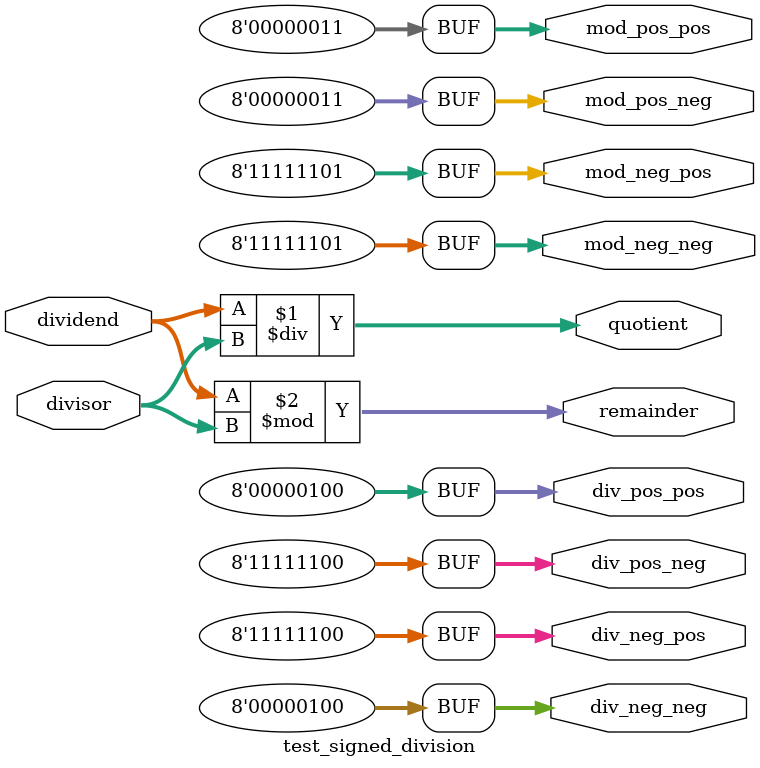
<source format=v>
module test_signed_division(
    input signed [7:0] dividend,
    input signed [7:0] divisor,
    output wire signed [7:0] quotient,
    output wire signed [7:0] remainder,
    output wire signed [7:0] div_pos_pos,
    output wire signed [7:0] div_pos_neg,
    output wire signed [7:0] div_neg_pos,
    output wire signed [7:0] div_neg_neg,
    output wire signed [7:0] mod_pos_pos,
    output wire signed [7:0] mod_pos_neg,
    output wire signed [7:0] mod_neg_pos,
    output wire signed [7:0] mod_neg_neg
);
    // General division and modulo
    assign quotient = dividend / divisor;
    assign remainder = dividend % divisor;

    // Constant test cases for division
    assign div_pos_pos = 8'sh14 / 8'sh05;  // 20 / 5 = 4
    assign div_pos_neg = 8'sh14 / 8'shFB;  // 20 / -5 = -4
    assign div_neg_pos = 8'shEC / 8'sh05;  // -20 / 5 = -4
    assign div_neg_neg = 8'shEC / 8'shFB;  // -20 / -5 = 4

    // Constant test cases for modulo
    assign mod_pos_pos = 8'sh17 % 8'sh05;  // 23 % 5 = 3
    assign mod_pos_neg = 8'sh17 % 8'shFB;  // 23 % -5 = 3
    assign mod_neg_pos = 8'shE9 % 8'sh05;  // -23 % 5 = -3
    assign mod_neg_neg = 8'shE9 % 8'shFB;  // -23 % -5 = -3
endmodule

</source>
